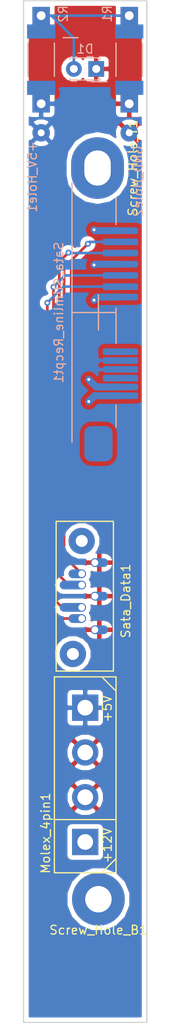
<source format=kicad_pcb>
(kicad_pcb (version 20171130) (host pcbnew "(5.0.0-rc2-92-g9552e02)")

  (general
    (thickness 1.6)
    (drawings 23)
    (tracks 58)
    (zones 0)
    (modules 10)
    (nets 13)
  )

  (page A4)
  (layers
    (0 F.Cu signal)
    (31 B.Cu signal)
    (32 B.Adhes user)
    (33 F.Adhes user)
    (34 B.Paste user)
    (35 F.Paste user)
    (36 B.SilkS user)
    (37 F.SilkS user)
    (38 B.Mask user)
    (39 F.Mask user)
    (40 Dwgs.User user)
    (41 Cmts.User user)
    (42 Eco1.User user hide)
    (43 Eco2.User user hide)
    (44 Edge.Cuts user)
    (45 Margin user)
    (46 B.CrtYd user)
    (47 F.CrtYd user)
    (48 B.Fab user)
    (49 F.Fab user)
  )

  (setup
    (last_trace_width 0.1524)
    (trace_clearance 0.1524)
    (zone_clearance 0.508)
    (zone_45_only no)
    (trace_min 0.1524)
    (segment_width 0.2)
    (edge_width 0.15)
    (via_size 0.6858)
    (via_drill 0.3302)
    (via_min_size 0.6858)
    (via_min_drill 0.254)
    (uvia_size 0.6858)
    (uvia_drill 0.3302)
    (uvias_allowed no)
    (uvia_min_size 0.2)
    (uvia_min_drill 0.1)
    (pcb_text_width 0.3)
    (pcb_text_size 1.5 1.5)
    (mod_edge_width 0.15)
    (mod_text_size 1 1)
    (mod_text_width 0.15)
    (pad_size 7 6)
    (pad_drill 4)
    (pad_to_mask_clearance 0.0508)
    (aux_axis_origin 0 0)
    (grid_origin 114.3 30.48)
    (visible_elements FFFFFF7F)
    (pcbplotparams
      (layerselection 0x010fc_ffffffff)
      (usegerberextensions false)
      (usegerberattributes false)
      (usegerberadvancedattributes false)
      (creategerberjobfile false)
      (excludeedgelayer true)
      (linewidth 0.100000)
      (plotframeref false)
      (viasonmask false)
      (mode 1)
      (useauxorigin false)
      (hpglpennumber 1)
      (hpglpenspeed 20)
      (hpglpendiameter 15.000000)
      (psnegative false)
      (psa4output false)
      (plotreference true)
      (plotvalue true)
      (plotinvisibletext false)
      (padsonsilk false)
      (subtractmaskfromsilk false)
      (outputformat 1)
      (mirror false)
      (drillshape 1)
      (scaleselection 1)
      (outputdirectory ""))
  )

  (net 0 "")
  (net 1 "Net-(D1-Pad2)")
  (net 2 GND)
  (net 3 +5V)
  (net 4 +12V)
  (net 5 B+)
  (net 6 B-)
  (net 7 A-)
  (net 8 A+)
  (net 9 "Net-(Sata_Slimline_Recpt1-Pad11)")
  (net 10 "Net-(Sata_Slimline_Recpt1-Pad8)")
  (net 11 "Net-(Screw_Hole_B1-Pad1)")
  (net 12 "Net-(Screw_Hole_T1-Pad1)")

  (net_class Default "This is the default net class."
    (clearance 0.1524)
    (trace_width 0.1524)
    (via_dia 0.6858)
    (via_drill 0.3302)
    (uvia_dia 0.6858)
    (uvia_drill 0.3302)
    (add_net +12V)
    (add_net +5V)
    (add_net A+)
    (add_net A-)
    (add_net B+)
    (add_net B-)
    (add_net GND)
    (add_net "Net-(D1-Pad2)")
    (add_net "Net-(Sata_Slimline_Recpt1-Pad11)")
    (add_net "Net-(Sata_Slimline_Recpt1-Pad8)")
    (add_net "Net-(Screw_Hole_B1-Pad1)")
    (add_net "Net-(Screw_Hole_T1-Pad1)")
  )

  (module ProjectFootprints:SATA_SLIMLINE_RECPT_1735539-2 (layer B.Cu) (tedit 5B221625) (tstamp 5B1BC900)
    (at 108.8 65.88 90)
    (path /5B1C7690)
    (attr smd)
    (fp_text reference Sata_Slimline_Recpt1 (at 0 -4.5 90) (layer B.SilkS)
      (effects (font (size 1 1) (thickness 0.15)) (justify mirror))
    )
    (fp_text value Conn_01x13 (at 0 8.08 90) (layer B.Fab)
      (effects (font (size 1 1) (thickness 0.15)) (justify mirror))
    )
    (fp_line (start -2 0) (end 2 0) (layer B.SilkS) (width 0.15))
    (fp_line (start 1 0) (end -2 0) (layer B.SilkS) (width 0.15))
    (fp_line (start 0 2) (end 0 -2.9) (layer B.SilkS) (width 0.15))
    (fp_line (start 10 2) (end 13 2) (layer B.SilkS) (width 0.15))
    (fp_line (start -13 2) (end -10.5 2) (layer B.SilkS) (width 0.15))
    (fp_line (start -3.5 2) (end 0.5 2) (layer B.SilkS) (width 0.15))
    (fp_line (start 14.7 -3) (end -14.7 -3) (layer B.SilkS) (width 0.15))
    (pad "" smd roundrect (at 14.9 0 90) (size 2 3.2) (layers B.Cu B.Paste B.Mask) (roundrect_rratio 0.25))
    (pad "" smd roundrect (at -14.9 0 90) (size 4 3.2) (layers B.Cu B.Paste B.Mask) (roundrect_rratio 0.25))
    (pad 7 smd roundrect (at 1.76 2.5 90) (size 0.75 4) (layers B.Cu B.Paste B.Mask) (roundrect_rratio 0.25)
      (net 2 GND))
    (pad 6 smd roundrect (at 2.94 2.5 90) (size 0.75 4) (layers B.Cu B.Paste B.Mask) (roundrect_rratio 0.25)
      (net 5 B+))
    (pad 5 smd roundrect (at 4.21 2.5 90) (size 0.75 4) (layers B.Cu B.Paste B.Mask) (roundrect_rratio 0.25)
      (net 6 B-))
    (pad 4 smd roundrect (at 5.48 2.5 90) (size 0.75 4) (layers B.Cu B.Paste B.Mask) (roundrect_rratio 0.25)
      (net 2 GND))
    (pad 3 smd roundrect (at 6.75 2.5 90) (size 0.75 4) (layers B.Cu B.Paste B.Mask) (roundrect_rratio 0.25)
      (net 7 A-))
    (pad 2 smd roundrect (at 8.02 2.5 90) (size 0.75 4) (layers B.Cu B.Paste B.Mask) (roundrect_rratio 0.25)
      (net 8 A+))
    (pad 1 smd roundrect (at 9.29 2.5 90) (size 0.75 4) (layers B.Cu B.Paste B.Mask) (roundrect_rratio 0.25)
      (net 2 GND))
    (pad 8 smd roundrect (at -4.45 2.5 90) (size 0.75 4) (layers B.Cu B.Paste B.Mask) (roundrect_rratio 0.25)
      (net 10 "Net-(Sata_Slimline_Recpt1-Pad8)"))
    (pad 9 smd roundrect (at -5.45 2.5 90) (size 0.75 4) (layers B.Cu B.Paste B.Mask) (roundrect_rratio 0.25)
      (net 3 +5V))
    (pad 10 smd roundrect (at -6.45 2.5 90) (size 0.75 4) (layers B.Cu B.Paste B.Mask) (roundrect_rratio 0.25)
      (net 3 +5V))
    (pad 11 smd roundrect (at -7.45 2.5 90) (size 0.75 4) (layers B.Cu B.Paste B.Mask) (roundrect_rratio 0.25)
      (net 9 "Net-(Sata_Slimline_Recpt1-Pad11)"))
    (pad 12 smd roundrect (at -8.45 2.5 90) (size 0.75 4) (layers B.Cu B.Paste B.Mask) (roundrect_rratio 0.25)
      (net 2 GND))
    (pad 13 smd roundrect (at -9.45 2.5 90) (size 0.75 4) (layers B.Cu B.Paste B.Mask) (roundrect_rratio 0.25)
      (net 2 GND))
  )

  (module ProjectFootprints:MOLEX_8981_0015244745 (layer F.Cu) (tedit 5B1AFE88) (tstamp 5B1BC8A3)
    (at 107.3 118.36 90)
    (path /5B10C5B0)
    (fp_text reference Molex_4pin1 (at -6.62 -4.5 90) (layer F.SilkS)
      (effects (font (size 1 1) (thickness 0.15)))
    )
    (fp_text value Conn_01x04 (at 6.88 -4.5 90) (layer F.Fab)
      (effects (font (size 1 1) (thickness 0.15)))
    )
    (fp_line (start 9.5 3.5) (end 11 2) (layer F.SilkS) (width 0.15))
    (fp_line (start -11 3.5) (end -9.5 3.5) (layer F.SilkS) (width 0.15))
    (fp_line (start -11 2) (end -9.5 3.5) (layer F.SilkS) (width 0.15))
    (fp_line (start -9.5 3.5) (end -11 2) (layer F.SilkS) (width 0.15))
    (fp_text user +5V (at 7.5 2.5 90) (layer F.SilkS)
      (effects (font (size 1 1) (thickness 0.15)))
    )
    (fp_text user +12V (at -8 2.5 90) (layer F.SilkS)
      (effects (font (size 1 1) (thickness 0.15)))
    )
    (fp_line (start -11.25 3.65) (end -11.25 -3.65) (layer F.CrtYd) (width 0.05))
    (fp_line (start 11.25 3.65) (end -11.25 3.65) (layer F.CrtYd) (width 0.05))
    (fp_line (start 11.25 -3.65) (end 11.25 3.65) (layer F.CrtYd) (width 0.05))
    (fp_line (start -11.25 -3.65) (end 11.25 -3.65) (layer F.CrtYd) (width 0.05))
    (fp_line (start -5.08 -3.5) (end -5.08 3.5) (layer F.SilkS) (width 0.15))
    (fp_line (start -11.12 3.5) (end -11.12 -3.5) (layer F.SilkS) (width 0.15))
    (fp_line (start 11.12 3.5) (end -9.5 3.5) (layer F.SilkS) (width 0.15))
    (fp_line (start 11.12 -3.5) (end 11.12 3.5) (layer F.SilkS) (width 0.15))
    (fp_line (start -11.12 -3.5) (end 11.12 -3.5) (layer F.SilkS) (width 0.15))
    (pad 4 thru_hole rect (at 7.62 0 90) (size 3 3) (drill 1.78) (layers *.Cu *.Mask)
      (net 3 +5V))
    (pad 3 thru_hole circle (at 2.54 0 90) (size 3 3) (drill 1.78) (layers *.Cu *.Mask)
      (net 2 GND))
    (pad 2 thru_hole circle (at -2.54 0 90) (size 3 3) (drill 1.78) (layers *.Cu *.Mask)
      (net 2 GND))
    (pad 1 thru_hole rect (at -7.62 0 90) (size 3 3) (drill 1.78) (layers *.Cu *.Mask)
      (net 4 +12V))
  )

  (module Resistors_Universal:Resistor_SMD+THTuniversal_2512_RM10_HandSoldering (layer B.Cu) (tedit 0) (tstamp 5B1BC8C7)
    (at 102.3 37.1804 270)
    (descr "Resistor, SMD+THT, 2512, RM10, Hand soldering,")
    (tags "Resistor, SMD+THT, 2512, RM10, Hand soldering,")
    (path /5B10C260)
    (fp_text reference R2 (at -5.2004 -2.5 270) (layer B.SilkS)
      (effects (font (size 1 1) (thickness 0.15)) (justify mirror))
    )
    (fp_text value "R 1k" (at -0.39878 -4.20116 270) (layer B.Fab)
      (effects (font (size 1 1) (thickness 0.15)) (justify mirror))
    )
    (fp_line (start 1.89992 -1.50114) (end -1.89992 -1.50114) (layer B.SilkS) (width 0.15))
    (fp_line (start 1.89992 1.50114) (end -1.89992 1.50114) (layer B.SilkS) (width 0.15))
    (fp_line (start -2.49936 -2.49936) (end -2.49936 -4.20116) (layer B.SilkS) (width 0.15))
    (fp_circle (center 0 0) (end 0.8001 0) (layer B.Adhes) (width 0.381))
    (fp_circle (center 0 0) (end 0.50038 0) (layer B.Adhes) (width 0.381))
    (fp_circle (center 0 0) (end 0.20066 0) (layer B.Adhes) (width 0.381))
    (pad 1 smd rect (at -3.2004 0 270) (size 1.6002 3.2004) (layers B.Cu B.Paste B.Mask)
      (net 1 "Net-(D1-Pad2)"))
    (pad 2 smd rect (at 3.2004 0 270) (size 1.6002 3.2004) (layers B.Cu B.Paste B.Mask)
      (net 3 +5V))
    (pad 1 thru_hole rect (at -5.00126 0 90) (size 1.99898 1.99898) (drill 1.00076) (layers *.Cu *.Mask)
      (net 1 "Net-(D1-Pad2)"))
    (pad 2 thru_hole rect (at 5.00126 0 90) (size 1.99898 1.99898) (drill 1.00076) (layers *.Cu *.Mask)
      (net 3 +5V))
  )

  (module ProjectFootprints:SATA_DATA_678007005_CustomPad (layer F.Cu) (tedit 5B19D221) (tstamp 5B1BC8D8)
    (at 111.3 106.48 90)
    (path /5B19C63F)
    (fp_text reference Sata_Data1 (at 7.86 0.6 90) (layer F.SilkS)
      (effects (font (size 1 1) (thickness 0.15)))
    )
    (fp_text value Conn_01x07 (at 8.4 -9.504 90) (layer F.Fab)
      (effects (font (size 1 1) (thickness 0.15)))
    )
    (fp_line (start 16.9 -7.3) (end 16.9 -0.9) (layer F.SilkS) (width 0.15))
    (fp_line (start -0.1 -7.3) (end 16.9 -7.3) (layer F.SilkS) (width 0.15))
    (fp_line (start -0.1 -0.8) (end -0.1 -7.3) (layer F.SilkS) (width 0.15))
    (fp_line (start -0.1 -0.8) (end 16.9 -0.8) (layer F.SilkS) (width 0.15))
    (pad 1 thru_hole oval (at 12.21 -2.9 270) (size 1 2) (drill 0.75 (offset 0 -0.5)) (layers *.Cu *.Mask)
      (net 2 GND))
    (pad 4 thru_hole oval (at 8.4 -2.9 270) (size 1 2) (drill 0.75 (offset 0 -0.5)) (layers *.Cu *.Mask)
      (net 2 GND))
    (pad 7 thru_hole oval (at 4.59 -2.9 270) (size 1 2) (drill 0.75 (offset 0 -0.5)) (layers *.Cu *.Mask)
      (net 2 GND))
    (pad 2 thru_hole oval (at 10.94 -4.4 90) (size 1 2) (drill 0.75 (offset 0 -0.5)) (layers *.Cu *.Mask)
      (net 8 A+))
    (pad 3 thru_hole oval (at 9.67 -4.4 90) (size 1 3) (drill 0.75 (offset 0 -1)) (layers *.Cu *.Mask)
      (net 7 A-))
    (pad 5 thru_hole oval (at 7.13 -4.4 90) (size 1 3) (drill 0.75 (offset 0 -1)) (layers *.Cu *.Mask)
      (net 6 B-))
    (pad 8 thru_hole circle (at 1.84 -5.4 90) (size 3 3) (drill 1.36) (layers *.Cu *.Mask))
    (pad 8 thru_hole circle (at 14.67 -4.4 90) (size 3 3) (drill 1.36) (layers *.Cu *.Mask))
    (pad 6 thru_hole oval (at 5.86 -4.4 90) (size 1 2) (drill 0.75 (offset 0 -0.5)) (layers *.Cu *.Mask)
      (net 5 B+))
  )

  (module LEDs:LED_D1.8mm_W3.3mm_H2.4mm (layer B.Cu) (tedit 5880A862) (tstamp 5B1BC888)
    (at 108.55 38.23 180)
    (descr "LED, Round,  Rectangular size 3.3x2.4mm^2 diameter 1.8mm, 2 pins")
    (tags "LED Round  Rectangular size 3.3x2.4mm^2 diameter 1.8mm 2 pins")
    (path /5B10C28E)
    (fp_text reference D1 (at 1.27 2.26 180) (layer B.SilkS)
      (effects (font (size 1 1) (thickness 0.15)) (justify mirror))
    )
    (fp_text value LED (at 1.27 -2.26 180) (layer B.Fab)
      (effects (font (size 1 1) (thickness 0.15)) (justify mirror))
    )
    (fp_circle (center 1.27 0) (end 2.17 0) (layer B.Fab) (width 0.1))
    (fp_line (start -0.38 1.2) (end -0.38 -1.2) (layer B.Fab) (width 0.1))
    (fp_line (start -0.38 -1.2) (end 2.92 -1.2) (layer B.Fab) (width 0.1))
    (fp_line (start 2.92 -1.2) (end 2.92 1.2) (layer B.Fab) (width 0.1))
    (fp_line (start 2.92 1.2) (end -0.38 1.2) (layer B.Fab) (width 0.1))
    (fp_line (start -0.44 1.26) (end 2.98 1.26) (layer B.SilkS) (width 0.12))
    (fp_line (start -0.44 -1.26) (end 2.98 -1.26) (layer B.SilkS) (width 0.12))
    (fp_line (start -0.44 1.26) (end -0.44 1.08) (layer B.SilkS) (width 0.12))
    (fp_line (start -0.44 -1.08) (end -0.44 -1.26) (layer B.SilkS) (width 0.12))
    (fp_line (start 2.98 1.26) (end 2.98 1.095) (layer B.SilkS) (width 0.12))
    (fp_line (start 2.98 -1.095) (end 2.98 -1.26) (layer B.SilkS) (width 0.12))
    (fp_line (start -0.32 1.26) (end -0.32 1.08) (layer B.SilkS) (width 0.12))
    (fp_line (start -0.32 -1.08) (end -0.32 -1.26) (layer B.SilkS) (width 0.12))
    (fp_line (start -0.2 1.26) (end -0.2 1.08) (layer B.SilkS) (width 0.12))
    (fp_line (start -0.2 -1.08) (end -0.2 -1.26) (layer B.SilkS) (width 0.12))
    (fp_line (start -1.15 1.55) (end -1.15 -1.55) (layer B.CrtYd) (width 0.05))
    (fp_line (start -1.15 -1.55) (end 3.7 -1.55) (layer B.CrtYd) (width 0.05))
    (fp_line (start 3.7 -1.55) (end 3.7 1.55) (layer B.CrtYd) (width 0.05))
    (fp_line (start 3.7 1.55) (end -1.15 1.55) (layer B.CrtYd) (width 0.05))
    (pad 1 thru_hole rect (at 0 0 180) (size 1.8 1.8) (drill 0.9) (layers *.Cu *.Mask)
      (net 2 GND))
    (pad 2 thru_hole circle (at 2.54 0 180) (size 1.8 1.8) (drill 0.9) (layers *.Cu *.Mask)
      (net 1 "Net-(D1-Pad2)"))
    (model ${KISYS3DMOD}/LEDs.3dshapes/LED_D1.8mm_W3.3mm_H2.4mm.wrl
      (at (xyz 0 0 0))
      (scale (xyz 0.393701 0.393701 0.393701))
      (rotate (xyz 0 0 0))
    )
  )

  (module Resistors_Universal:Resistor_SMD+THTuniversal_2512_RM10_HandSoldering (layer B.Cu) (tedit 0) (tstamp 5B1BC8B9)
    (at 112.3 37.1804 90)
    (descr "Resistor, SMD+THT, 2512, RM10, Hand soldering,")
    (tags "Resistor, SMD+THT, 2512, RM10, Hand soldering,")
    (path /5B10C22E)
    (fp_text reference R1 (at 5.2004 -2.5 90) (layer B.SilkS)
      (effects (font (size 1 1) (thickness 0.15)) (justify mirror))
    )
    (fp_text value "R 3k" (at -0.39878 -4.20116 90) (layer B.Fab)
      (effects (font (size 1 1) (thickness 0.15)) (justify mirror))
    )
    (fp_line (start 1.89992 -1.50114) (end -1.89992 -1.50114) (layer B.SilkS) (width 0.15))
    (fp_line (start 1.89992 1.50114) (end -1.89992 1.50114) (layer B.SilkS) (width 0.15))
    (fp_line (start -2.49936 -2.49936) (end -2.49936 -4.20116) (layer B.SilkS) (width 0.15))
    (fp_circle (center 0 0) (end 0.8001 0) (layer B.Adhes) (width 0.381))
    (fp_circle (center 0 0) (end 0.50038 0) (layer B.Adhes) (width 0.381))
    (fp_circle (center 0 0) (end 0.20066 0) (layer B.Adhes) (width 0.381))
    (pad 1 smd rect (at -3.2004 0 90) (size 1.6002 3.2004) (layers B.Cu B.Paste B.Mask)
      (net 2 GND))
    (pad 2 smd rect (at 3.2004 0 90) (size 1.6002 3.2004) (layers B.Cu B.Paste B.Mask)
      (net 1 "Net-(D1-Pad2)"))
    (pad 1 thru_hole rect (at -5.00126 0 270) (size 1.99898 1.99898) (drill 1.00076) (layers *.Cu *.Mask)
      (net 2 GND))
    (pad 2 thru_hole rect (at 5.00126 0 270) (size 1.99898 1.99898) (drill 1.00076) (layers *.Cu *.Mask)
      (net 1 "Net-(D1-Pad2)"))
  )

  (module ProjectFootprints:Blackbird002_Slimline_PCB_Screw (layer F.Cu) (tedit 5B1B0461) (tstamp 5B1D8B85)
    (at 108.8 132.48)
    (path /5B1E13D1)
    (fp_text reference Screw_Hole_B1 (at 0 3.5) (layer F.SilkS)
      (effects (font (size 1 1) (thickness 0.15)))
    )
    (fp_text value Conn_01x01 (at 0 -3.5) (layer F.Fab)
      (effects (font (size 1 1) (thickness 0.15)))
    )
    (pad 1 thru_hole circle (at 0 0) (size 6 6) (drill 3) (layers *.Cu *.Mask)
      (net 11 "Net-(Screw_Hole_B1-Pad1)"))
  )

  (module Wire_Pads:SolderWirePad_single_0-8mmDrill (layer B.Cu) (tedit 0) (tstamp 5B1DC199)
    (at 102.3 45.48)
    (path /5B1B7221)
    (fp_text reference +5V_Hole1 (at -1 5 90) (layer B.SilkS)
      (effects (font (size 1 1) (thickness 0.15)) (justify mirror))
    )
    (fp_text value Conn_01x01 (at 0 -2.54) (layer B.Fab)
      (effects (font (size 1 1) (thickness 0.15)) (justify mirror))
    )
    (pad 1 thru_hole circle (at 0 0) (size 1.99898 1.99898) (drill 0.8001) (layers *.Cu *.Mask)
      (net 3 +5V))
  )

  (module Wire_Pads:SolderWirePad_single_0-8mmDrill (layer B.Cu) (tedit 0) (tstamp 5B1DC19D)
    (at 112.3 45.48)
    (path /5B1B7286)
    (fp_text reference GND_Hole2 (at 1 5.5 90) (layer B.SilkS)
      (effects (font (size 1 1) (thickness 0.15)) (justify mirror))
    )
    (fp_text value Conn_01x01 (at 0 -2.54) (layer B.Fab)
      (effects (font (size 1 1) (thickness 0.15)) (justify mirror))
    )
    (pad 1 thru_hole circle (at 0 0) (size 1.99898 1.99898) (drill 0.8001) (layers *.Cu *.Mask)
      (net 2 GND))
  )

  (module ProjectFootprints:Blackbird002_Slimline_PCB_Screw_Long (layer F.Cu) (tedit 5B221819) (tstamp 5B1C8AF8)
    (at 108.7 49.48 90)
    (path /5B1E164C)
    (fp_text reference Screw_Hole_T1 (at 0 4 90) (layer F.SilkS)
      (effects (font (size 1 1) (thickness 0.15)))
    )
    (fp_text value Conn_01x01 (at 0 -3.5 90) (layer F.Fab)
      (effects (font (size 1 1) (thickness 0.15)))
    )
    (pad 1 thru_hole oval (at 0 0 90) (size 7 6) (drill oval 4 3) (layers *.Cu *.Mask)
      (net 12 "Net-(Screw_Hole_T1-Pad1)"))
  )

  (dimension 4 (width 0.3) (layer Eco1.User)
    (gr_text "4.000 mm" (at 112.3 87.98) (layer Eco1.User)
      (effects (font (size 1.5 1.5) (thickness 0.3)))
    )
    (feature1 (pts (xy 114.3 84.48) (xy 114.3 86.466421)))
    (feature2 (pts (xy 110.3 84.48) (xy 110.3 86.466421)))
    (crossbar (pts (xy 110.3 85.88) (xy 114.3 85.88)))
    (arrow1a (pts (xy 114.3 85.88) (xy 113.173496 86.466421)))
    (arrow1b (pts (xy 114.3 85.88) (xy 113.173496 85.293579)))
    (arrow2a (pts (xy 110.3 85.88) (xy 111.426504 86.466421)))
    (arrow2b (pts (xy 110.3 85.88) (xy 111.426504 85.293579)))
  )
  (gr_line (start 108.8 24.28) (end 108.8 69.08) (layer Eco1.User) (width 0.2))
  (gr_line (start 88.3 65.88) (end 104.5 65.88) (layer Eco1.User) (width 0.2))
  (dimension 80.6 (width 0.3) (layer Eco1.User)
    (gr_text "80.600 mm" (at 85.2 106.18 270) (layer Eco1.User)
      (effects (font (size 1.5 1.5) (thickness 0.3)))
    )
    (feature1 (pts (xy 88.3 146.48) (xy 86.713579 146.48)))
    (feature2 (pts (xy 88.3 65.88) (xy 86.713579 65.88)))
    (crossbar (pts (xy 87.3 65.88) (xy 87.3 146.48)))
    (arrow1a (pts (xy 87.3 146.48) (xy 86.713579 145.353496)))
    (arrow1b (pts (xy 87.3 146.48) (xy 87.886421 145.353496)))
    (arrow2a (pts (xy 87.3 65.88) (xy 86.713579 67.006504)))
    (arrow2b (pts (xy 87.3 65.88) (xy 87.886421 67.006504)))
  )
  (dimension 5.5 (width 0.3) (layer Eco1.User) (tstamp 5B220AD1)
    (gr_text "5.500 mm" (at 111.55 20.48) (layer Eco1.User) (tstamp 5B220AD1)
      (effects (font (size 1.5 1.5) (thickness 0.3)))
    )
    (feature1 (pts (xy 108.8 24.08) (xy 108.8 21.993579)))
    (feature2 (pts (xy 114.3 24.08) (xy 114.3 21.993579)))
    (crossbar (pts (xy 114.3 22.58) (xy 108.8 22.58)))
    (arrow1a (pts (xy 108.8 22.58) (xy 109.926504 21.993579)))
    (arrow1b (pts (xy 108.8 22.58) (xy 109.926504 23.166421)))
    (arrow2a (pts (xy 114.3 22.58) (xy 113.173496 21.993579)))
    (arrow2b (pts (xy 114.3 22.58) (xy 113.173496 23.166421)))
  )
  (dimension 70.4 (width 0.3) (layer Eco1.User)
    (gr_text "70.400 mm" (at 93 111.28 90) (layer Eco1.User)
      (effects (font (size 1.5 1.5) (thickness 0.3)))
    )
    (feature1 (pts (xy 96.3 76.08) (xy 94.513579 76.08)))
    (feature2 (pts (xy 96.3 146.48) (xy 94.513579 146.48)))
    (crossbar (pts (xy 95.1 146.48) (xy 95.1 76.08)))
    (arrow1a (pts (xy 95.1 76.08) (xy 95.686421 77.206504)))
    (arrow1b (pts (xy 95.1 76.08) (xy 94.513579 77.206504)))
    (arrow2a (pts (xy 95.1 146.48) (xy 95.686421 145.353496)))
    (arrow2b (pts (xy 95.1 146.48) (xy 94.513579 145.353496)))
  )
  (gr_line (start 110.3 28.88) (end 110.3 55.48) (layer Eco1.User) (width 0.2))
  (gr_line (start 116.3 47.48) (end 107.7 47.48) (layer Eco1.User) (width 0.2))
  (dimension 17 (width 0.3) (layer Eco1.User)
    (gr_text "17.000 mm" (at 120.6 38.98 270) (layer Eco1.User)
      (effects (font (size 1.5 1.5) (thickness 0.3)))
    )
    (feature1 (pts (xy 116.3 47.48) (xy 119.086421 47.48)))
    (feature2 (pts (xy 116.3 30.48) (xy 119.086421 30.48)))
    (crossbar (pts (xy 118.5 30.48) (xy 118.5 47.48)))
    (arrow1a (pts (xy 118.5 47.48) (xy 117.913579 46.353496)))
    (arrow1b (pts (xy 118.5 47.48) (xy 119.086421 46.353496)))
    (arrow2a (pts (xy 118.5 30.48) (xy 117.913579 31.606504)))
    (arrow2b (pts (xy 118.5 30.48) (xy 119.086421 31.606504)))
  )
  (gr_line (start 114.3 30.48) (end 114.3 146.48) (layer Edge.Cuts) (width 0.15))
  (gr_line (start 100.3 30.48) (end 114.3 30.48) (layer Edge.Cuts) (width 0.15))
  (gr_line (start 100.3 146.48) (end 100.3 30.48) (layer Edge.Cuts) (width 0.15))
  (gr_line (start 114.3 146.48) (end 100.3 146.48) (layer Edge.Cuts) (width 0.15))
  (dimension 4 (width 0.3) (layer Eco1.User)
    (gr_text "4.000 mm" (at 112.3 25.38) (layer Eco1.User)
      (effects (font (size 1.5 1.5) (thickness 0.3)))
    )
    (feature1 (pts (xy 110.3 28.98) (xy 110.3 26.893579)))
    (feature2 (pts (xy 114.3 28.98) (xy 114.3 26.893579)))
    (crossbar (pts (xy 114.3 27.48) (xy 110.3 27.48)))
    (arrow1a (pts (xy 110.3 27.48) (xy 111.426504 26.893579)))
    (arrow1b (pts (xy 110.3 27.48) (xy 111.426504 28.066421)))
    (arrow2a (pts (xy 114.3 27.48) (xy 113.173496 26.893579)))
    (arrow2b (pts (xy 114.3 27.48) (xy 113.173496 28.066421)))
  )
  (dimension 21 (width 0.3) (layer Eco1.User)
    (gr_text "21.000 mm" (at 124.4 40.98 270) (layer Eco1.User)
      (effects (font (size 1.5 1.5) (thickness 0.3)))
    )
    (feature1 (pts (xy 119.3 51.48) (xy 122.886421 51.48)))
    (feature2 (pts (xy 119.3 30.48) (xy 122.886421 30.48)))
    (crossbar (pts (xy 122.3 30.48) (xy 122.3 51.48)))
    (arrow1a (pts (xy 122.3 51.48) (xy 121.713579 50.353496)))
    (arrow1b (pts (xy 122.3 51.48) (xy 122.886421 50.353496)))
    (arrow2a (pts (xy 122.3 30.48) (xy 121.713579 31.606504)))
    (arrow2b (pts (xy 122.3 30.48) (xy 122.886421 31.606504)))
  )
  (dimension 8 (width 0.3) (layer Eco1.User)
    (gr_text "8.000 mm" (at 91.45 34.48 270) (layer Eco1.User)
      (effects (font (size 1.5 1.5) (thickness 0.3)))
    )
    (feature1 (pts (xy 96.8 38.48) (xy 92.963579 38.48)))
    (feature2 (pts (xy 96.8 30.48) (xy 92.963579 30.48)))
    (crossbar (pts (xy 93.55 30.48) (xy 93.55 38.48)))
    (arrow1a (pts (xy 93.55 38.48) (xy 92.963579 37.353496)))
    (arrow1b (pts (xy 93.55 38.48) (xy 94.136421 37.353496)))
    (arrow2a (pts (xy 93.55 30.48) (xy 92.963579 31.606504)))
    (arrow2b (pts (xy 93.55 30.48) (xy 94.136421 31.606504)))
  )
  (dimension 7 (width 0.3) (layer Eco1.User)
    (gr_text "7.000 mm" (at 103.8 154.58) (layer Eco1.User)
      (effects (font (size 1.5 1.5) (thickness 0.3)))
    )
    (feature1 (pts (xy 107.3 148.48) (xy 107.3 153.066421)))
    (feature2 (pts (xy 100.3 148.48) (xy 100.3 153.066421)))
    (crossbar (pts (xy 100.3 152.48) (xy 107.3 152.48)))
    (arrow1a (pts (xy 107.3 152.48) (xy 106.173496 153.066421)))
    (arrow1b (pts (xy 107.3 152.48) (xy 106.173496 151.893579)))
    (arrow2a (pts (xy 100.3 152.48) (xy 101.426504 153.066421)))
    (arrow2b (pts (xy 100.3 152.48) (xy 101.426504 151.893579)))
  )
  (gr_line (start 100.3 146.48) (end 114.3 146.48) (layer Eco1.User) (width 0.2))
  (gr_line (start 100.3 30.48) (end 100.3 146.48) (layer Eco1.User) (width 0.2))
  (dimension 14 (width 0.3) (layer Eco1.User)
    (gr_text "14.000 mm" (at 107.3 16.230181) (layer Eco1.User)
      (effects (font (size 1.5 1.5) (thickness 0.3)))
    )
    (feature1 (pts (xy 100.3 20.341494) (xy 100.3 17.74376)))
    (feature2 (pts (xy 114.3 20.341494) (xy 114.3 17.74376)))
    (crossbar (pts (xy 114.3 18.330181) (xy 100.3 18.330181)))
    (arrow1a (pts (xy 100.3 18.330181) (xy 101.426504 17.74376)))
    (arrow1b (pts (xy 100.3 18.330181) (xy 101.426504 18.916602)))
    (arrow2a (pts (xy 114.3 18.330181) (xy 113.173496 17.74376)))
    (arrow2b (pts (xy 114.3 18.330181) (xy 113.173496 18.916602)))
  )
  (dimension 116 (width 0.3) (layer Eco1.User)
    (gr_text "116.000 mm" (at 131.4 88.48 270) (layer Eco1.User)
      (effects (font (size 1.5 1.5) (thickness 0.3)))
    )
    (feature1 (pts (xy 124.3 146.48) (xy 129.886421 146.48)))
    (feature2 (pts (xy 124.3 30.48) (xy 129.886421 30.48)))
    (crossbar (pts (xy 129.3 30.48) (xy 129.3 146.48)))
    (arrow1a (pts (xy 129.3 146.48) (xy 128.713579 145.353496)))
    (arrow1b (pts (xy 129.3 146.48) (xy 129.886421 145.353496)))
    (arrow2a (pts (xy 129.3 30.48) (xy 128.713579 31.606504)))
    (arrow2b (pts (xy 129.3 30.48) (xy 129.886421 31.606504)))
  )
  (gr_line (start 114.3 30.48) (end 114.3 146.48) (layer Eco1.User) (width 0.2))
  (gr_line (start 100.3 30.48) (end 114.3 30.48) (layer Eco1.User) (width 0.2))

  (segment (start 103.45189 32.17914) (end 102.3 32.17914) (width 0.3) (layer B.Cu) (net 1))
  (segment (start 106.01 38.23) (end 106.01 34.73725) (width 0.3) (layer B.Cu) (net 1))
  (segment (start 106.01 34.73725) (end 103.45189 32.17914) (width 0.3) (layer B.Cu) (net 1))
  (segment (start 112.3 32.17914) (end 102.3 32.17914) (width 0.3) (layer B.Cu) (net 1))
  (segment (start 102.3 32.17914) (end 102.3 33.98) (width 0.3) (layer B.Cu) (net 1))
  (segment (start 112.3 32.17914) (end 112.3 33.98) (width 0.3) (layer B.Cu) (net 1))
  (segment (start 108.4 98.08) (end 109.4 98.08) (width 0.1524) (layer F.Cu) (net 2))
  (segment (start 108.4 101.89) (end 109.21 101.89) (width 0.1524) (layer F.Cu) (net 2))
  (segment (start 109.09 94.27) (end 108.4 94.27) (width 0.1524) (layer F.Cu) (net 2))
  (segment (start 107.3 115.880004) (end 107.3 115.82) (width 0.1524) (layer F.Cu) (net 2))
  (via (at 108.3 60.48) (size 0.6858) (drill 0.3302) (layers F.Cu B.Cu) (net 2))
  (segment (start 111.3 60.4) (end 108.38 60.4) (width 0.8) (layer B.Cu) (net 2))
  (segment (start 108.38 60.4) (end 108.3 60.48) (width 0.8) (layer B.Cu) (net 2))
  (via (at 108.3 64.48) (size 0.6858) (drill 0.3302) (layers F.Cu B.Cu) (net 2))
  (segment (start 108.66 64.12) (end 108.3 64.48) (width 0.8) (layer B.Cu) (net 2))
  (segment (start 111.3 64.12) (end 108.66 64.12) (width 0.8) (layer B.Cu) (net 2))
  (via (at 108.3 56.48) (size 0.6858) (drill 0.3302) (layers F.Cu B.Cu) (net 2))
  (segment (start 108.41 56.59) (end 108.3 56.48) (width 0.8) (layer B.Cu) (net 2))
  (segment (start 111.3 56.59) (end 108.41 56.59) (width 0.8) (layer B.Cu) (net 2))
  (via (at 107.7 73.48) (size 0.6858) (drill 0.3302) (layers F.Cu B.Cu) (net 2))
  (segment (start 107.7 73.48) (end 108.55 74.33) (width 0.8) (layer B.Cu) (net 2))
  (segment (start 108.55 74.33) (end 111.3 74.33) (width 0.8) (layer B.Cu) (net 2))
  (via (at 107.7 75.98) (size 0.6858) (drill 0.3302) (layers F.Cu B.Cu) (net 2))
  (segment (start 107.7 75.98) (end 108.35 75.33) (width 0.8) (layer B.Cu) (net 2))
  (segment (start 108.35 75.33) (end 111.3 75.33) (width 0.8) (layer B.Cu) (net 2))
  (segment (start 112.3 40.3808) (end 112.3 42.18166) (width 0.3) (layer B.Cu) (net 2))
  (segment (start 104.555067 100.62) (end 103 99.064933) (width 0.3) (layer F.Cu) (net 5))
  (segment (start 106.9 100.62) (end 104.555067 100.62) (width 0.3) (layer F.Cu) (net 5))
  (segment (start 103.342899 64.437101) (end 103 64.78) (width 0.3) (layer B.Cu) (net 5))
  (segment (start 104.84 62.94) (end 103.342899 64.437101) (width 0.3) (layer B.Cu) (net 5))
  (segment (start 103 99.064933) (end 103 65.264933) (width 0.3) (layer F.Cu) (net 5))
  (segment (start 111.3 62.94) (end 104.84 62.94) (width 0.3) (layer B.Cu) (net 5))
  (segment (start 103 65.264933) (end 103 64.78) (width 0.3) (layer F.Cu) (net 5))
  (via (at 103 64.78) (size 0.6858) (drill 0.3302) (layers F.Cu B.Cu) (net 5))
  (segment (start 106.9 99.35) (end 106.238934 99.35) (width 0.1524) (layer F.Cu) (net 6))
  (via (at 103.700002 62.98) (size 0.6858) (drill 0.3302) (layers F.Cu B.Cu) (net 6))
  (segment (start 105.010002 61.67) (end 104.042901 62.637101) (width 0.3) (layer B.Cu) (net 6))
  (segment (start 111.3 61.67) (end 105.010002 61.67) (width 0.3) (layer B.Cu) (net 6))
  (segment (start 104.042901 62.637101) (end 103.700002 62.98) (width 0.3) (layer B.Cu) (net 6))
  (segment (start 104.67 99.35) (end 103.700002 98.380002) (width 0.3) (layer F.Cu) (net 6))
  (segment (start 106.9 99.35) (end 104.67 99.35) (width 0.3) (layer F.Cu) (net 6))
  (segment (start 103.700002 98.380002) (end 103.700002 63.464933) (width 0.3) (layer F.Cu) (net 6))
  (segment (start 103.700002 63.464933) (end 103.700002 62.98) (width 0.3) (layer F.Cu) (net 6))
  (via (at 105.4 59.08) (size 0.6858) (drill 0.3302) (layers F.Cu B.Cu) (net 7))
  (segment (start 105.43 96.81) (end 104.357101 95.737101) (width 0.3) (layer F.Cu) (net 7))
  (segment (start 111.3 59.13) (end 105.45 59.13) (width 0.3) (layer B.Cu) (net 7))
  (segment (start 104.357101 95.737101) (end 104.357101 60.122899) (width 0.3) (layer F.Cu) (net 7))
  (segment (start 104.357101 60.122899) (end 105.057101 59.422899) (width 0.3) (layer F.Cu) (net 7))
  (segment (start 105.057101 59.422899) (end 105.4 59.08) (width 0.3) (layer F.Cu) (net 7))
  (segment (start 105.45 59.13) (end 105.4 59.08) (width 0.3) (layer B.Cu) (net 7))
  (segment (start 106.9 96.81) (end 105.43 96.81) (width 0.3) (layer F.Cu) (net 7))
  (via (at 107.599992 58.08) (size 0.6858) (drill 0.3302) (layers F.Cu B.Cu) (net 8))
  (segment (start 107.819992 57.86) (end 107.599992 58.08) (width 0.3) (layer B.Cu) (net 8))
  (segment (start 111.3 57.86) (end 107.819992 57.86) (width 0.3) (layer B.Cu) (net 8))
  (segment (start 106.9 95.54) (end 104.9 93.54) (width 0.3) (layer F.Cu) (net 8))
  (segment (start 107.257093 58.422899) (end 107.599992 58.08) (width 0.3) (layer F.Cu) (net 8))
  (segment (start 104.9 93.54) (end 104.9 60.779992) (width 0.3) (layer F.Cu) (net 8))
  (segment (start 104.9 60.779992) (end 107.257093 58.422899) (width 0.3) (layer F.Cu) (net 8))

  (zone (net 3) (net_name +5V) (layer B.Cu) (tstamp 5B25CBAC) (hatch edge 0.508)
    (connect_pads (clearance 0.508))
    (min_thickness 0.254)
    (fill yes (arc_segments 16) (thermal_gap 0.508) (thermal_bridge_width 0.508))
    (polygon
      (pts
        (xy 100.5 40.28) (xy 114.1 40.28) (xy 114.1 146.08) (xy 100.5 146.08)
      )
    )
    (filled_polygon
      (pts
        (xy 102.447 40.5078) (xy 102.427 40.5078) (xy 102.427 42.05466) (xy 103.77574 42.05466) (xy 103.93449 41.89591)
        (xy 103.93449 41.8159) (xy 104.02651 41.8159) (xy 104.259899 41.719227) (xy 104.438527 41.540598) (xy 104.5352 41.307209)
        (xy 104.5352 40.66655) (xy 104.376452 40.507802) (xy 104.5352 40.507802) (xy 104.5352 40.407) (xy 110.05236 40.407)
        (xy 110.05236 41.1809) (xy 110.101643 41.428665) (xy 110.241991 41.638709) (xy 110.452035 41.779057) (xy 110.65307 41.819045)
        (xy 110.65307 43.18115) (xy 110.702353 43.428915) (xy 110.842701 43.638959) (xy 111.052745 43.779307) (xy 111.30051 43.82859)
        (xy 113.29949 43.82859) (xy 113.547255 43.779307) (xy 113.59 43.750745) (xy 113.59 44.458482) (xy 113.225864 44.094346)
        (xy 112.62512 43.84551) (xy 111.97488 43.84551) (xy 111.374136 44.094346) (xy 110.914346 44.554136) (xy 110.66551 45.15488)
        (xy 110.66551 45.80512) (xy 110.732185 45.966087) (xy 110.118305 45.555906) (xy 108.7 45.273787) (xy 107.281694 45.555906)
        (xy 106.079312 46.359312) (xy 105.275906 47.561695) (xy 105.065 48.62199) (xy 105.065 50.338011) (xy 105.275906 51.398306)
        (xy 106.079312 52.600688) (xy 107.281695 53.404094) (xy 108.7 53.686213) (xy 110.118306 53.404094) (xy 111.320688 52.600688)
        (xy 112.124094 51.398306) (xy 112.335 50.33801) (xy 112.335 48.621989) (xy 112.124094 47.561694) (xy 111.768033 47.028811)
        (xy 111.97488 47.11449) (xy 112.62512 47.11449) (xy 113.225864 46.865654) (xy 113.59 46.501518) (xy 113.59 55.736676)
        (xy 113.432018 55.631116) (xy 113.1125 55.56756) (xy 111.465078 55.56756) (xy 111.401935 55.555) (xy 108.778588 55.555)
        (xy 108.703836 55.505052) (xy 108.3 55.424724) (xy 107.896164 55.505052) (xy 107.553808 55.733808) (xy 107.325052 56.076164)
        (xy 107.244724 56.48) (xy 107.325052 56.883836) (xy 107.470892 57.1021) (xy 107.405476 57.1021) (xy 107.046056 57.250977)
        (xy 106.770969 57.526064) (xy 106.622092 57.885484) (xy 106.622092 58.274516) (xy 106.651287 58.345) (xy 106.047959 58.345)
        (xy 105.953936 58.250977) (xy 105.594516 58.1021) (xy 105.205484 58.1021) (xy 104.846064 58.250977) (xy 104.570977 58.526064)
        (xy 104.4221 58.885484) (xy 104.4221 59.274516) (xy 104.570977 59.633936) (xy 104.846064 59.909023) (xy 105.205484 60.0579)
        (xy 105.594516 60.0579) (xy 105.939506 59.915) (xy 107.432739 59.915) (xy 107.325052 60.076164) (xy 107.244724 60.48)
        (xy 107.325052 60.883836) (xy 107.32583 60.885) (xy 105.087312 60.885) (xy 105.010001 60.869622) (xy 104.93269 60.885)
        (xy 104.932686 60.885) (xy 104.70371 60.930546) (xy 104.703708 60.930547) (xy 104.703709 60.930547) (xy 104.509593 61.060251)
        (xy 104.509591 61.060253) (xy 104.444049 61.104047) (xy 104.400255 61.169589) (xy 103.567745 62.0021) (xy 103.505486 62.0021)
        (xy 103.146066 62.150977) (xy 102.870979 62.426064) (xy 102.722102 62.785484) (xy 102.722102 63.174516) (xy 102.870979 63.533936)
        (xy 103.003443 63.6664) (xy 102.867743 63.8021) (xy 102.805484 63.8021) (xy 102.446064 63.950977) (xy 102.170977 64.226064)
        (xy 102.0221 64.585484) (xy 102.0221 64.974516) (xy 102.170977 65.333936) (xy 102.446064 65.609023) (xy 102.805484 65.7579)
        (xy 103.194516 65.7579) (xy 103.553936 65.609023) (xy 103.829023 65.333936) (xy 103.9779 64.974516) (xy 103.9779 64.912257)
        (xy 105.165157 63.725) (xy 107.59129 63.725) (xy 107.496066 63.820224) (xy 107.325052 64.076164) (xy 107.244724 64.48)
        (xy 107.325052 64.883836) (xy 107.553808 65.226192) (xy 107.896164 65.454948) (xy 108.3 65.535276) (xy 108.703836 65.454948)
        (xy 108.959776 65.283934) (xy 109.08871 65.155) (xy 111.401935 65.155) (xy 111.465078 65.14244) (xy 113.1125 65.14244)
        (xy 113.432018 65.078884) (xy 113.59 64.973324) (xy 113.59 69.476676) (xy 113.432018 69.371116) (xy 113.1125 69.30756)
        (xy 109.4875 69.30756) (xy 109.167982 69.371116) (xy 108.897108 69.552108) (xy 108.716116 69.822982) (xy 108.65256 70.1425)
        (xy 108.65256 70.5175) (xy 108.698414 70.748023) (xy 108.665 70.828691) (xy 108.665 71.04425) (xy 108.82375 71.203)
        (xy 109.039447 71.203) (xy 109.167982 71.288884) (xy 109.324413 71.32) (xy 109.17369 71.32) (xy 108.940301 71.416673)
        (xy 108.899974 71.457) (xy 108.82375 71.457) (xy 108.665 71.61575) (xy 108.665 72.04425) (xy 108.82375 72.203)
        (xy 108.899974 72.203) (xy 108.940301 72.243327) (xy 109.17369 72.34) (xy 109.324413 72.34) (xy 109.167982 72.371116)
        (xy 109.039447 72.457) (xy 108.82375 72.457) (xy 108.665 72.61575) (xy 108.665 72.831309) (xy 108.698414 72.911977)
        (xy 108.68137 72.99766) (xy 108.359776 72.676066) (xy 108.103836 72.505052) (xy 107.7 72.424724) (xy 107.296164 72.505052)
        (xy 106.953808 72.733808) (xy 106.725052 73.076164) (xy 106.644724 73.48) (xy 106.725052 73.883836) (xy 106.896066 74.139776)
        (xy 107.48629 74.73) (xy 106.896066 75.320224) (xy 106.725052 75.576164) (xy 106.644724 75.98) (xy 106.725052 76.383836)
        (xy 106.953808 76.726192) (xy 107.296164 76.954948) (xy 107.7 77.035276) (xy 108.103836 76.954948) (xy 108.359776 76.783934)
        (xy 108.77871 76.365) (xy 111.401935 76.365) (xy 111.465078 76.35244) (xy 113.1125 76.35244) (xy 113.432018 76.288884)
        (xy 113.59 76.183324) (xy 113.590001 145.77) (xy 101.01 145.77) (xy 101.01 131.756954) (xy 105.165 131.756954)
        (xy 105.165 133.203046) (xy 105.718396 134.539062) (xy 106.740938 135.561604) (xy 108.076954 136.115) (xy 109.523046 136.115)
        (xy 110.859062 135.561604) (xy 111.881604 134.539062) (xy 112.435 133.203046) (xy 112.435 131.756954) (xy 111.881604 130.420938)
        (xy 110.859062 129.398396) (xy 109.523046 128.845) (xy 108.076954 128.845) (xy 106.740938 129.398396) (xy 105.718396 130.420938)
        (xy 105.165 131.756954) (xy 101.01 131.756954) (xy 101.01 124.48) (xy 105.15256 124.48) (xy 105.15256 127.48)
        (xy 105.201843 127.727765) (xy 105.342191 127.937809) (xy 105.552235 128.078157) (xy 105.8 128.12744) (xy 108.8 128.12744)
        (xy 109.047765 128.078157) (xy 109.257809 127.937809) (xy 109.398157 127.727765) (xy 109.44744 127.48) (xy 109.44744 124.48)
        (xy 109.398157 124.232235) (xy 109.257809 124.022191) (xy 109.047765 123.881843) (xy 108.8 123.83256) (xy 105.8 123.83256)
        (xy 105.552235 123.881843) (xy 105.342191 124.022191) (xy 105.201843 124.232235) (xy 105.15256 124.48) (xy 101.01 124.48)
        (xy 101.01 120.475322) (xy 105.165 120.475322) (xy 105.165 121.324678) (xy 105.490034 122.10938) (xy 106.09062 122.709966)
        (xy 106.875322 123.035) (xy 107.724678 123.035) (xy 108.50938 122.709966) (xy 109.109966 122.10938) (xy 109.435 121.324678)
        (xy 109.435 120.475322) (xy 109.109966 119.69062) (xy 108.50938 119.090034) (xy 107.724678 118.765) (xy 106.875322 118.765)
        (xy 106.09062 119.090034) (xy 105.490034 119.69062) (xy 105.165 120.475322) (xy 101.01 120.475322) (xy 101.01 115.395322)
        (xy 105.165 115.395322) (xy 105.165 116.244678) (xy 105.490034 117.02938) (xy 106.09062 117.629966) (xy 106.875322 117.955)
        (xy 107.724678 117.955) (xy 108.50938 117.629966) (xy 109.109966 117.02938) (xy 109.435 116.244678) (xy 109.435 115.395322)
        (xy 109.109966 114.61062) (xy 108.50938 114.010034) (xy 107.724678 113.685) (xy 106.875322 113.685) (xy 106.09062 114.010034)
        (xy 105.490034 114.61062) (xy 105.165 115.395322) (xy 101.01 115.395322) (xy 101.01 111.02575) (xy 105.165 111.02575)
        (xy 105.165 112.366309) (xy 105.261673 112.599698) (xy 105.440301 112.778327) (xy 105.67369 112.875) (xy 107.01425 112.875)
        (xy 107.173 112.71625) (xy 107.173 110.867) (xy 107.427 110.867) (xy 107.427 112.71625) (xy 107.58575 112.875)
        (xy 108.92631 112.875) (xy 109.159699 112.778327) (xy 109.338327 112.599698) (xy 109.435 112.366309) (xy 109.435 111.02575)
        (xy 109.27625 110.867) (xy 107.427 110.867) (xy 107.173 110.867) (xy 105.32375 110.867) (xy 105.165 111.02575)
        (xy 101.01 111.02575) (xy 101.01 109.113691) (xy 105.165 109.113691) (xy 105.165 110.45425) (xy 105.32375 110.613)
        (xy 107.173 110.613) (xy 107.173 108.76375) (xy 107.427 108.76375) (xy 107.427 110.613) (xy 109.27625 110.613)
        (xy 109.435 110.45425) (xy 109.435 109.113691) (xy 109.338327 108.880302) (xy 109.159699 108.701673) (xy 108.92631 108.605)
        (xy 107.58575 108.605) (xy 107.427 108.76375) (xy 107.173 108.76375) (xy 107.01425 108.605) (xy 105.67369 108.605)
        (xy 105.440301 108.701673) (xy 105.261673 108.880302) (xy 105.165 109.113691) (xy 101.01 109.113691) (xy 101.01 104.215322)
        (xy 103.765 104.215322) (xy 103.765 105.064678) (xy 104.090034 105.84938) (xy 104.69062 106.449966) (xy 105.475322 106.775)
        (xy 106.324678 106.775) (xy 107.10938 106.449966) (xy 107.709966 105.84938) (xy 108.035 105.064678) (xy 108.035 104.215322)
        (xy 107.709966 103.43062) (xy 107.10938 102.830034) (xy 106.324678 102.505) (xy 105.475322 102.505) (xy 104.69062 102.830034)
        (xy 104.090034 103.43062) (xy 103.765 104.215322) (xy 101.01 104.215322) (xy 101.01 96.81) (xy 103.742765 96.81)
        (xy 103.830854 97.252855) (xy 104.081711 97.628289) (xy 104.457145 97.879146) (xy 104.788217 97.945) (xy 107.011783 97.945)
        (xy 107.28024 97.891601) (xy 107.242765 98.08) (xy 107.28024 98.268399) (xy 107.011783 98.215) (xy 104.788217 98.215)
        (xy 104.457145 98.280854) (xy 104.081711 98.531711) (xy 103.830854 98.907145) (xy 103.742765 99.35) (xy 103.830854 99.792855)
        (xy 104.081711 100.168289) (xy 104.457145 100.419146) (xy 104.770326 100.481441) (xy 104.742765 100.62) (xy 104.830854 101.062855)
        (xy 105.081711 101.438289) (xy 105.457145 101.689146) (xy 105.788217 101.755) (xy 107.011783 101.755) (xy 107.28024 101.701601)
        (xy 107.242765 101.89) (xy 107.330854 102.332855) (xy 107.581711 102.708289) (xy 107.957145 102.959146) (xy 108.288217 103.025)
        (xy 109.511783 103.025) (xy 109.842855 102.959146) (xy 110.218289 102.708289) (xy 110.469146 102.332855) (xy 110.557235 101.89)
        (xy 110.469146 101.447145) (xy 110.218289 101.071711) (xy 109.842855 100.820854) (xy 109.511783 100.755) (xy 108.288217 100.755)
        (xy 108.01976 100.808399) (xy 108.057235 100.62) (xy 107.969146 100.177145) (xy 107.840759 99.985) (xy 107.969146 99.792855)
        (xy 108.057235 99.35) (xy 108.01976 99.161601) (xy 108.288217 99.215) (xy 109.511783 99.215) (xy 109.842855 99.149146)
        (xy 110.218289 98.898289) (xy 110.469146 98.522855) (xy 110.557235 98.08) (xy 110.469146 97.637145) (xy 110.218289 97.261711)
        (xy 109.842855 97.010854) (xy 109.511783 96.945) (xy 108.288217 96.945) (xy 108.01976 96.998399) (xy 108.057235 96.81)
        (xy 107.969146 96.367145) (xy 107.840759 96.175) (xy 107.969146 95.982855) (xy 108.057235 95.54) (xy 108.01976 95.351601)
        (xy 108.288217 95.405) (xy 109.511783 95.405) (xy 109.842855 95.339146) (xy 110.218289 95.088289) (xy 110.469146 94.712855)
        (xy 110.557235 94.27) (xy 110.469146 93.827145) (xy 110.218289 93.451711) (xy 109.842855 93.200854) (xy 109.511783 93.135)
        (xy 108.594346 93.135) (xy 108.709966 93.01938) (xy 109.035 92.234678) (xy 109.035 91.385322) (xy 108.709966 90.60062)
        (xy 108.10938 90.000034) (xy 107.324678 89.675) (xy 106.475322 89.675) (xy 105.69062 90.000034) (xy 105.090034 90.60062)
        (xy 104.765 91.385322) (xy 104.765 92.234678) (xy 105.090034 93.01938) (xy 105.69062 93.619966) (xy 106.475322 93.945)
        (xy 107.307411 93.945) (xy 107.242765 94.27) (xy 107.28024 94.458399) (xy 107.011783 94.405) (xy 105.788217 94.405)
        (xy 105.457145 94.470854) (xy 105.081711 94.721711) (xy 104.830854 95.097145) (xy 104.742765 95.54) (xy 104.770326 95.678559)
        (xy 104.457145 95.740854) (xy 104.081711 95.991711) (xy 103.830854 96.367145) (xy 103.742765 96.81) (xy 101.01 96.81)
        (xy 101.01 79.58) (xy 106.55256 79.58) (xy 106.55256 81.98) (xy 106.66274 82.533911) (xy 106.976505 83.003495)
        (xy 107.446089 83.31726) (xy 108 83.42744) (xy 109.6 83.42744) (xy 110.153911 83.31726) (xy 110.623495 83.003495)
        (xy 110.93726 82.533911) (xy 111.04744 81.98) (xy 111.04744 79.58) (xy 110.93726 79.026089) (xy 110.623495 78.556505)
        (xy 110.153911 78.24274) (xy 109.6 78.13256) (xy 108 78.13256) (xy 107.446089 78.24274) (xy 106.976505 78.556505)
        (xy 106.66274 79.026089) (xy 106.55256 79.58) (xy 101.01 79.58) (xy 101.01 46.632163) (xy 101.327443 46.632163)
        (xy 101.426042 46.898965) (xy 102.035582 47.125401) (xy 102.685377 47.101341) (xy 103.173958 46.898965) (xy 103.272557 46.632163)
        (xy 102.3 45.659605) (xy 101.327443 46.632163) (xy 101.01 46.632163) (xy 101.01 46.401618) (xy 101.147837 46.452557)
        (xy 102.120395 45.48) (xy 102.479605 45.48) (xy 103.452163 46.452557) (xy 103.718965 46.353958) (xy 103.945401 45.744418)
        (xy 103.921341 45.094623) (xy 103.718965 44.606042) (xy 103.452163 44.507443) (xy 102.479605 45.48) (xy 102.120395 45.48)
        (xy 101.147837 44.507443) (xy 101.01 44.558382) (xy 101.01 44.327837) (xy 101.327443 44.327837) (xy 102.3 45.300395)
        (xy 103.272557 44.327837) (xy 103.173958 44.061035) (xy 102.564418 43.834599) (xy 101.914623 43.858659) (xy 101.426042 44.061035)
        (xy 101.327443 44.327837) (xy 101.01 44.327837) (xy 101.01 43.748136) (xy 101.1742 43.81615) (xy 102.01425 43.81615)
        (xy 102.173 43.6574) (xy 102.173 42.30866) (xy 102.427 42.30866) (xy 102.427 43.6574) (xy 102.58575 43.81615)
        (xy 103.4258 43.81615) (xy 103.659189 43.719477) (xy 103.837817 43.540848) (xy 103.93449 43.307459) (xy 103.93449 42.46741)
        (xy 103.77574 42.30866) (xy 102.427 42.30866) (xy 102.173 42.30866) (xy 102.153 42.30866) (xy 102.153 42.05466)
        (xy 102.173 42.05466) (xy 102.173 40.5078) (xy 102.153 40.5078) (xy 102.153 40.407) (xy 102.447 40.407)
      )
    )
    (filled_polygon
      (pts
        (xy 111.447 72.30756) (xy 111.427002 72.30756) (xy 111.427002 72.203) (xy 111.447 72.203)
      )
    )
    (filled_polygon
      (pts
        (xy 111.172998 72.30756) (xy 111.04669 72.30756) (xy 111.15125 72.203) (xy 111.172998 72.203)
      )
    )
    (filled_polygon
      (pts
        (xy 111.172998 71.457) (xy 111.15125 71.457) (xy 111.04669 71.35244) (xy 111.172998 71.35244)
      )
    )
    (filled_polygon
      (pts
        (xy 111.447 71.457) (xy 111.427002 71.457) (xy 111.427002 71.35244) (xy 111.447 71.35244)
      )
    )
  )
  (zone (net 2) (net_name GND) (layer F.Cu) (tstamp 5B25CBA9) (hatch edge 0.508)
    (priority 1)
    (connect_pads (clearance 0.508))
    (min_thickness 0.254)
    (fill yes (arc_segments 16) (thermal_gap 0.508) (thermal_bridge_width 0.508))
    (polygon
      (pts
        (xy 100.5 30.78) (xy 114.1 30.78) (xy 114.1 146.08) (xy 100.5 146.08)
      )
    )
    (filled_polygon
      (pts
        (xy 110.65307 33.17863) (xy 110.702353 33.426395) (xy 110.842701 33.636439) (xy 111.052745 33.776787) (xy 111.30051 33.82607)
        (xy 113.29949 33.82607) (xy 113.547255 33.776787) (xy 113.59 33.748225) (xy 113.59 40.615184) (xy 113.4258 40.54717)
        (xy 112.58575 40.54717) (xy 112.427 40.70592) (xy 112.427 42.05466) (xy 112.447 42.05466) (xy 112.447 42.30866)
        (xy 112.427 42.30866) (xy 112.427 43.6574) (xy 112.58575 43.81615) (xy 113.4258 43.81615) (xy 113.59 43.748136)
        (xy 113.59 44.558382) (xy 113.452163 44.507443) (xy 112.479605 45.48) (xy 113.452163 46.452557) (xy 113.59 46.401618)
        (xy 113.590001 145.77) (xy 101.01 145.77) (xy 101.01 131.756954) (xy 105.165 131.756954) (xy 105.165 133.203046)
        (xy 105.718396 134.539062) (xy 106.740938 135.561604) (xy 108.076954 136.115) (xy 109.523046 136.115) (xy 110.859062 135.561604)
        (xy 111.881604 134.539062) (xy 112.435 133.203046) (xy 112.435 131.756954) (xy 111.881604 130.420938) (xy 110.859062 129.398396)
        (xy 109.523046 128.845) (xy 108.076954 128.845) (xy 106.740938 129.398396) (xy 105.718396 130.420938) (xy 105.165 131.756954)
        (xy 101.01 131.756954) (xy 101.01 124.48) (xy 105.15256 124.48) (xy 105.15256 127.48) (xy 105.201843 127.727765)
        (xy 105.342191 127.937809) (xy 105.552235 128.078157) (xy 105.8 128.12744) (xy 108.8 128.12744) (xy 109.047765 128.078157)
        (xy 109.257809 127.937809) (xy 109.398157 127.727765) (xy 109.44744 127.48) (xy 109.44744 124.48) (xy 109.398157 124.232235)
        (xy 109.257809 124.022191) (xy 109.047765 123.881843) (xy 108.8 123.83256) (xy 105.8 123.83256) (xy 105.552235 123.881843)
        (xy 105.342191 124.022191) (xy 105.201843 124.232235) (xy 105.15256 124.48) (xy 101.01 124.48) (xy 101.01 122.41397)
        (xy 105.965635 122.41397) (xy 106.125418 122.732739) (xy 106.916187 123.042723) (xy 107.765387 123.026497) (xy 108.474582 122.732739)
        (xy 108.634365 122.41397) (xy 107.3 121.079605) (xy 105.965635 122.41397) (xy 101.01 122.41397) (xy 101.01 120.516187)
        (xy 105.157277 120.516187) (xy 105.173503 121.365387) (xy 105.467261 122.074582) (xy 105.78603 122.234365) (xy 107.120395 120.9)
        (xy 107.479605 120.9) (xy 108.81397 122.234365) (xy 109.132739 122.074582) (xy 109.442723 121.283813) (xy 109.426497 120.434613)
        (xy 109.132739 119.725418) (xy 108.81397 119.565635) (xy 107.479605 120.9) (xy 107.120395 120.9) (xy 105.78603 119.565635)
        (xy 105.467261 119.725418) (xy 105.157277 120.516187) (xy 101.01 120.516187) (xy 101.01 119.38603) (xy 105.965635 119.38603)
        (xy 107.3 120.720395) (xy 108.634365 119.38603) (xy 108.474582 119.067261) (xy 107.683813 118.757277) (xy 106.834613 118.773503)
        (xy 106.125418 119.067261) (xy 105.965635 119.38603) (xy 101.01 119.38603) (xy 101.01 117.33397) (xy 105.965635 117.33397)
        (xy 106.125418 117.652739) (xy 106.916187 117.962723) (xy 107.765387 117.946497) (xy 108.474582 117.652739) (xy 108.634365 117.33397)
        (xy 107.3 115.999605) (xy 105.965635 117.33397) (xy 101.01 117.33397) (xy 101.01 115.436187) (xy 105.157277 115.436187)
        (xy 105.173503 116.285387) (xy 105.467261 116.994582) (xy 105.78603 117.154365) (xy 107.120395 115.82) (xy 107.479605 115.82)
        (xy 108.81397 117.154365) (xy 109.132739 116.994582) (xy 109.442723 116.203813) (xy 109.426497 115.354613) (xy 109.132739 114.645418)
        (xy 108.81397 114.485635) (xy 107.479605 115.82) (xy 107.120395 115.82) (xy 105.78603 114.485635) (xy 105.467261 114.645418)
        (xy 105.157277 115.436187) (xy 101.01 115.436187) (xy 101.01 114.30603) (xy 105.965635 114.30603) (xy 107.3 115.640395)
        (xy 108.634365 114.30603) (xy 108.474582 113.987261) (xy 107.683813 113.677277) (xy 106.834613 113.693503) (xy 106.125418 113.987261)
        (xy 105.965635 114.30603) (xy 101.01 114.30603) (xy 101.01 109.24) (xy 105.15256 109.24) (xy 105.15256 112.24)
        (xy 105.201843 112.487765) (xy 105.342191 112.697809) (xy 105.552235 112.838157) (xy 105.8 112.88744) (xy 108.8 112.88744)
        (xy 109.047765 112.838157) (xy 109.257809 112.697809) (xy 109.398157 112.487765) (xy 109.44744 112.24) (xy 109.44744 109.24)
        (xy 109.398157 108.992235) (xy 109.257809 108.782191) (xy 109.047765 108.641843) (xy 108.8 108.59256) (xy 105.8 108.59256)
        (xy 105.552235 108.641843) (xy 105.342191 108.782191) (xy 105.201843 108.992235) (xy 105.15256 109.24) (xy 101.01 109.24)
        (xy 101.01 104.215322) (xy 103.765 104.215322) (xy 103.765 105.064678) (xy 104.090034 105.84938) (xy 104.69062 106.449966)
        (xy 105.475322 106.775) (xy 106.324678 106.775) (xy 107.10938 106.449966) (xy 107.709966 105.84938) (xy 108.035 105.064678)
        (xy 108.035 104.215322) (xy 107.709966 103.43062) (xy 107.10938 102.830034) (xy 106.324678 102.505) (xy 105.475322 102.505)
        (xy 104.69062 102.830034) (xy 104.090034 103.43062) (xy 103.765 104.215322) (xy 101.01 104.215322) (xy 101.01 102.191874)
        (xy 107.305881 102.191874) (xy 107.507632 102.602763) (xy 107.848322 102.890002) (xy 108.273 103.025) (xy 108.773 103.025)
        (xy 108.773 102.017) (xy 109.027 102.017) (xy 109.027 103.025) (xy 109.527 103.025) (xy 109.951678 102.890002)
        (xy 110.292368 102.602763) (xy 110.494119 102.191874) (xy 110.367954 102.017) (xy 109.027 102.017) (xy 108.773 102.017)
        (xy 107.432046 102.017) (xy 107.305881 102.191874) (xy 101.01 102.191874) (xy 101.01 64.585484) (xy 102.0221 64.585484)
        (xy 102.0221 64.974516) (xy 102.170977 65.333936) (xy 102.215001 65.37796) (xy 102.215 98.987621) (xy 102.199622 99.064933)
        (xy 102.215 99.142245) (xy 102.215 99.142248) (xy 102.260546 99.371224) (xy 102.434047 99.630886) (xy 102.499592 99.674682)
        (xy 103.94532 101.120411) (xy 103.989114 101.185953) (xy 104.054656 101.229747) (xy 104.054658 101.229749) (xy 104.248775 101.359454)
        (xy 104.477751 101.405) (xy 104.477755 101.405) (xy 104.555067 101.420378) (xy 104.632379 101.405) (xy 105.059468 101.405)
        (xy 105.081711 101.438289) (xy 105.457145 101.689146) (xy 105.788217 101.755) (xy 107.011783 101.755) (xy 107.342855 101.689146)
        (xy 107.367083 101.672957) (xy 107.432046 101.763) (xy 108.773 101.763) (xy 108.773 100.755) (xy 109.027 100.755)
        (xy 109.027 101.763) (xy 110.367954 101.763) (xy 110.494119 101.588126) (xy 110.292368 101.177237) (xy 109.951678 100.889998)
        (xy 109.527 100.755) (xy 109.027 100.755) (xy 108.773 100.755) (xy 108.273 100.755) (xy 108.014006 100.83733)
        (xy 108.057235 100.62) (xy 107.969146 100.177145) (xy 107.840759 99.985) (xy 107.969146 99.792855) (xy 108.057235 99.35)
        (xy 108.014006 99.13267) (xy 108.273 99.215) (xy 108.773 99.215) (xy 108.773 98.207) (xy 109.027 98.207)
        (xy 109.027 99.215) (xy 109.527 99.215) (xy 109.951678 99.080002) (xy 110.292368 98.792763) (xy 110.494119 98.381874)
        (xy 110.367954 98.207) (xy 109.027 98.207) (xy 108.773 98.207) (xy 107.432046 98.207) (xy 107.367083 98.297043)
        (xy 107.342855 98.280854) (xy 107.011783 98.215) (xy 104.788217 98.215) (xy 104.668892 98.238735) (xy 104.485002 98.054845)
        (xy 104.485002 97.884687) (xy 104.788217 97.945) (xy 107.011783 97.945) (xy 107.342855 97.879146) (xy 107.367083 97.862957)
        (xy 107.432046 97.953) (xy 108.773 97.953) (xy 108.773 96.945) (xy 109.027 96.945) (xy 109.027 97.953)
        (xy 110.367954 97.953) (xy 110.494119 97.778126) (xy 110.292368 97.367237) (xy 109.951678 97.079998) (xy 109.527 96.945)
        (xy 109.027 96.945) (xy 108.773 96.945) (xy 108.273 96.945) (xy 108.014006 97.02733) (xy 108.057235 96.81)
        (xy 107.969146 96.367145) (xy 107.840759 96.175) (xy 107.969146 95.982855) (xy 108.057235 95.54) (xy 108.014006 95.32267)
        (xy 108.273 95.405) (xy 108.773 95.405) (xy 108.773 94.397) (xy 109.027 94.397) (xy 109.027 95.405)
        (xy 109.527 95.405) (xy 109.951678 95.270002) (xy 110.292368 94.982763) (xy 110.494119 94.571874) (xy 110.367954 94.397)
        (xy 109.027 94.397) (xy 108.773 94.397) (xy 107.432046 94.397) (xy 107.367083 94.487043) (xy 107.342855 94.470854)
        (xy 107.011783 94.405) (xy 106.875158 94.405) (xy 106.372615 93.902457) (xy 106.475322 93.945) (xy 107.317236 93.945)
        (xy 107.305881 93.968126) (xy 107.432046 94.143) (xy 108.773 94.143) (xy 108.773 93.135) (xy 109.027 93.135)
        (xy 109.027 94.143) (xy 110.367954 94.143) (xy 110.494119 93.968126) (xy 110.292368 93.557237) (xy 109.951678 93.269998)
        (xy 109.527 93.135) (xy 109.027 93.135) (xy 108.773 93.135) (xy 108.594346 93.135) (xy 108.709966 93.01938)
        (xy 109.035 92.234678) (xy 109.035 91.385322) (xy 108.709966 90.60062) (xy 108.10938 90.000034) (xy 107.324678 89.675)
        (xy 106.475322 89.675) (xy 105.69062 90.000034) (xy 105.685 90.005654) (xy 105.685 61.105149) (xy 107.73225 59.0579)
        (xy 107.794508 59.0579) (xy 108.153928 58.909023) (xy 108.429015 58.633936) (xy 108.577892 58.274516) (xy 108.577892 57.885484)
        (xy 108.429015 57.526064) (xy 108.153928 57.250977) (xy 107.794508 57.1021) (xy 107.405476 57.1021) (xy 107.046056 57.250977)
        (xy 106.770969 57.526064) (xy 106.622092 57.885484) (xy 106.622092 57.947742) (xy 106.136397 58.433438) (xy 105.953936 58.250977)
        (xy 105.594516 58.1021) (xy 105.205484 58.1021) (xy 104.846064 58.250977) (xy 104.570977 58.526064) (xy 104.4221 58.885484)
        (xy 104.4221 58.947742) (xy 103.856691 59.513152) (xy 103.791149 59.556946) (xy 103.747355 59.622488) (xy 103.747352 59.622491)
        (xy 103.617647 59.816608) (xy 103.556723 60.122899) (xy 103.572102 60.200216) (xy 103.572102 62.0021) (xy 103.505486 62.0021)
        (xy 103.146066 62.150977) (xy 102.870979 62.426064) (xy 102.722102 62.785484) (xy 102.722102 63.174516) (xy 102.870979 63.533936)
        (xy 102.915003 63.57796) (xy 102.915003 63.8021) (xy 102.805484 63.8021) (xy 102.446064 63.950977) (xy 102.170977 64.226064)
        (xy 102.0221 64.585484) (xy 101.01 64.585484) (xy 101.01 48.62199) (xy 105.065 48.62199) (xy 105.065 50.338011)
        (xy 105.275906 51.398306) (xy 106.079312 52.600688) (xy 107.281695 53.404094) (xy 108.7 53.686213) (xy 110.118306 53.404094)
        (xy 111.320688 52.600688) (xy 112.124094 51.398306) (xy 112.335 50.33801) (xy 112.335 48.621989) (xy 112.124094 47.561694)
        (xy 111.765544 47.025085) (xy 112.035582 47.125401) (xy 112.685377 47.101341) (xy 113.173958 46.898965) (xy 113.272557 46.632163)
        (xy 112.3 45.659605) (xy 112.285858 45.673748) (xy 112.106252 45.494142) (xy 112.120395 45.48) (xy 111.147837 44.507443)
        (xy 110.881035 44.606042) (xy 110.654599 45.215582) (xy 110.678659 45.865377) (xy 110.715855 45.955176) (xy 110.118305 45.555906)
        (xy 108.7 45.273787) (xy 107.281694 45.555906) (xy 106.079312 46.359312) (xy 105.275906 47.561695) (xy 105.065 48.62199)
        (xy 101.01 48.62199) (xy 101.01 46.501518) (xy 101.374136 46.865654) (xy 101.97488 47.11449) (xy 102.62512 47.11449)
        (xy 103.225864 46.865654) (xy 103.685654 46.405864) (xy 103.93449 45.80512) (xy 103.93449 45.15488) (xy 103.685654 44.554136)
        (xy 103.459355 44.327837) (xy 111.327443 44.327837) (xy 112.3 45.300395) (xy 113.272557 44.327837) (xy 113.173958 44.061035)
        (xy 112.564418 43.834599) (xy 111.914623 43.858659) (xy 111.426042 44.061035) (xy 111.327443 44.327837) (xy 103.459355 44.327837)
        (xy 103.225864 44.094346) (xy 102.62512 43.84551) (xy 101.97488 43.84551) (xy 101.374136 44.094346) (xy 101.01 44.458482)
        (xy 101.01 43.750745) (xy 101.052745 43.779307) (xy 101.30051 43.82859) (xy 103.29949 43.82859) (xy 103.547255 43.779307)
        (xy 103.757299 43.638959) (xy 103.897647 43.428915) (xy 103.94693 43.18115) (xy 103.94693 42.46741) (xy 110.66551 42.46741)
        (xy 110.66551 43.307459) (xy 110.762183 43.540848) (xy 110.940811 43.719477) (xy 111.1742 43.81615) (xy 112.01425 43.81615)
        (xy 112.173 43.6574) (xy 112.173 42.30866) (xy 110.82426 42.30866) (xy 110.66551 42.46741) (xy 103.94693 42.46741)
        (xy 103.94693 41.18217) (xy 103.921806 41.055861) (xy 110.66551 41.055861) (xy 110.66551 41.89591) (xy 110.82426 42.05466)
        (xy 112.173 42.05466) (xy 112.173 40.70592) (xy 112.01425 40.54717) (xy 111.1742 40.54717) (xy 110.940811 40.643843)
        (xy 110.762183 40.822472) (xy 110.66551 41.055861) (xy 103.921806 41.055861) (xy 103.897647 40.934405) (xy 103.757299 40.724361)
        (xy 103.547255 40.584013) (xy 103.29949 40.53473) (xy 101.30051 40.53473) (xy 101.052745 40.584013) (xy 101.01 40.612575)
        (xy 101.01 37.92467) (xy 104.475 37.92467) (xy 104.475 38.53533) (xy 104.70869 39.099507) (xy 105.140493 39.53131)
        (xy 105.70467 39.765) (xy 106.31533 39.765) (xy 106.879507 39.53131) (xy 107.055861 39.354956) (xy 107.111673 39.489699)
        (xy 107.290302 39.668327) (xy 107.523691 39.765) (xy 108.26425 39.765) (xy 108.423 39.60625) (xy 108.423 38.357)
        (xy 108.677 38.357) (xy 108.677 39.60625) (xy 108.83575 39.765) (xy 109.576309 39.765) (xy 109.809698 39.668327)
        (xy 109.988327 39.489699) (xy 110.085 39.25631) (xy 110.085 38.51575) (xy 109.92625 38.357) (xy 108.677 38.357)
        (xy 108.423 38.357) (xy 108.403 38.357) (xy 108.403 38.103) (xy 108.423 38.103) (xy 108.423 36.85375)
        (xy 108.677 36.85375) (xy 108.677 38.103) (xy 109.92625 38.103) (xy 110.085 37.94425) (xy 110.085 37.20369)
        (xy 109.988327 36.970301) (xy 109.809698 36.791673) (xy 109.576309 36.695) (xy 108.83575 36.695) (xy 108.677 36.85375)
        (xy 108.423 36.85375) (xy 108.26425 36.695) (xy 107.523691 36.695) (xy 107.290302 36.791673) (xy 107.111673 36.970301)
        (xy 107.055861 37.105044) (xy 106.879507 36.92869) (xy 106.31533 36.695) (xy 105.70467 36.695) (xy 105.140493 36.92869)
        (xy 104.70869 37.360493) (xy 104.475 37.92467) (xy 101.01 37.92467) (xy 101.01 33.748225) (xy 101.052745 33.776787)
        (xy 101.30051 33.82607) (xy 103.29949 33.82607) (xy 103.547255 33.776787) (xy 103.757299 33.636439) (xy 103.897647 33.426395)
        (xy 103.94693 33.17863) (xy 103.94693 31.19) (xy 110.65307 31.19)
      )
    )
  )
)

</source>
